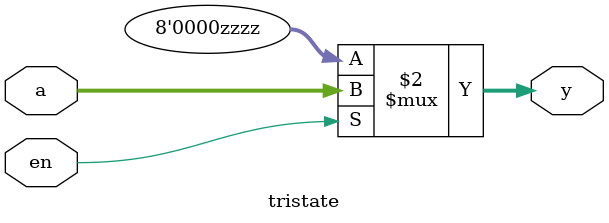
<source format=sv>
module tristate(input logic [7:0] a,
					 input logic 		 en,
					 output tri  [7:0] y);
	assign y = en ? a : 4'bz;
endmodule
</source>
